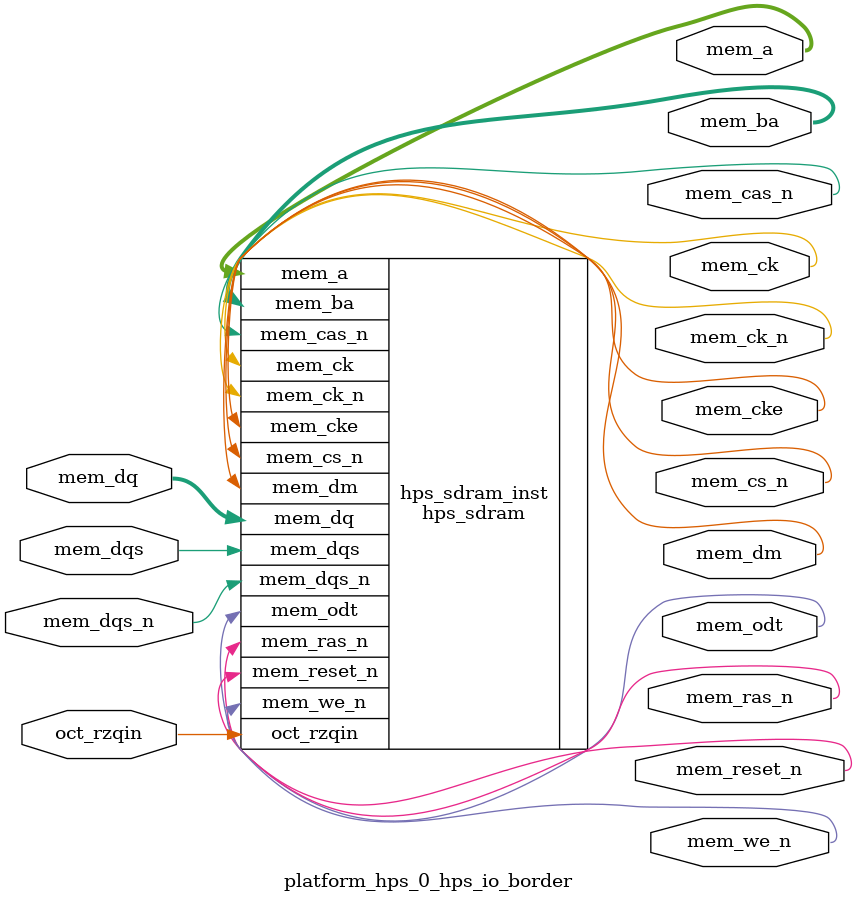
<source format=sv>


module platform_hps_0_hps_io_border(
// memory
  output wire [13 - 1 : 0 ] mem_a
 ,output wire [3 - 1 : 0 ] mem_ba
 ,output wire [1 - 1 : 0 ] mem_ck
 ,output wire [1 - 1 : 0 ] mem_ck_n
 ,output wire [1 - 1 : 0 ] mem_cke
 ,output wire [1 - 1 : 0 ] mem_cs_n
 ,output wire [1 - 1 : 0 ] mem_ras_n
 ,output wire [1 - 1 : 0 ] mem_cas_n
 ,output wire [1 - 1 : 0 ] mem_we_n
 ,output wire [1 - 1 : 0 ] mem_reset_n
 ,inout wire [8 - 1 : 0 ] mem_dq
 ,inout wire [1 - 1 : 0 ] mem_dqs
 ,inout wire [1 - 1 : 0 ] mem_dqs_n
 ,output wire [1 - 1 : 0 ] mem_odt
 ,output wire [1 - 1 : 0 ] mem_dm
 ,input wire [1 - 1 : 0 ] oct_rzqin
);


hps_sdram hps_sdram_inst(
 .mem_dq({
    mem_dq[7:0] // 7:0
  })
,.mem_odt({
    mem_odt[0:0] // 0:0
  })
,.mem_ras_n({
    mem_ras_n[0:0] // 0:0
  })
,.mem_dqs_n({
    mem_dqs_n[0:0] // 0:0
  })
,.mem_dqs({
    mem_dqs[0:0] // 0:0
  })
,.mem_dm({
    mem_dm[0:0] // 0:0
  })
,.mem_we_n({
    mem_we_n[0:0] // 0:0
  })
,.mem_cas_n({
    mem_cas_n[0:0] // 0:0
  })
,.mem_ba({
    mem_ba[2:0] // 2:0
  })
,.mem_a({
    mem_a[12:0] // 12:0
  })
,.mem_cs_n({
    mem_cs_n[0:0] // 0:0
  })
,.mem_ck({
    mem_ck[0:0] // 0:0
  })
,.mem_cke({
    mem_cke[0:0] // 0:0
  })
,.oct_rzqin({
    oct_rzqin[0:0] // 0:0
  })
,.mem_reset_n({
    mem_reset_n[0:0] // 0:0
  })
,.mem_ck_n({
    mem_ck_n[0:0] // 0:0
  })
);

endmodule


</source>
